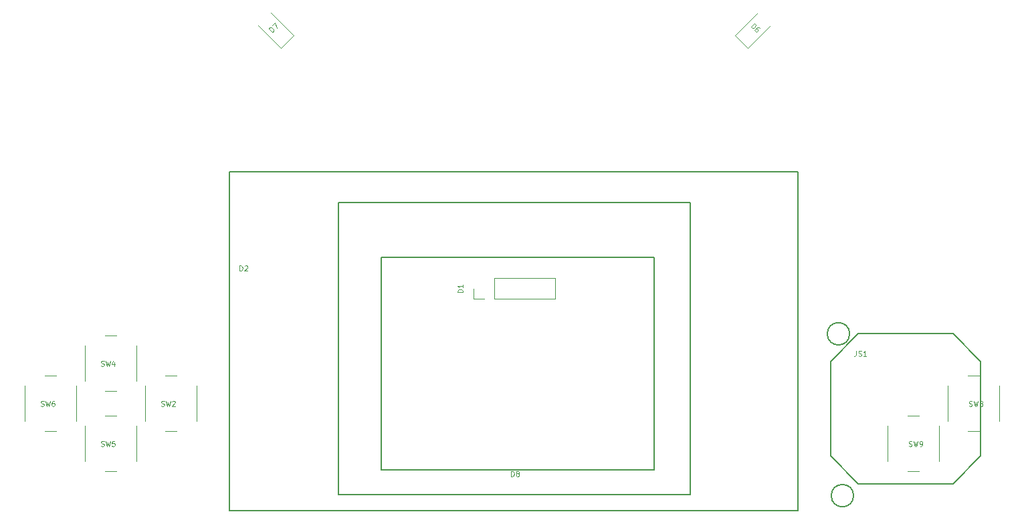
<source format=gbr>
G04 #@! TF.GenerationSoftware,KiCad,Pcbnew,5.0.2-bee76a0~70~ubuntu18.04.1*
G04 #@! TF.CreationDate,2019-06-22T03:36:54+02:00*
G04 #@! TF.ProjectId,invaders,696e7661-6465-4727-932e-6b696361645f,rev?*
G04 #@! TF.SameCoordinates,Original*
G04 #@! TF.FileFunction,Legend,Top*
G04 #@! TF.FilePolarity,Positive*
%FSLAX46Y46*%
G04 Gerber Fmt 4.6, Leading zero omitted, Abs format (unit mm)*
G04 Created by KiCad (PCBNEW 5.0.2-bee76a0~70~ubuntu18.04.1) date lø. 22. juni 2019 kl. 03.36 +0200*
%MOMM*%
%LPD*%
G01*
G04 APERTURE LIST*
%ADD10C,0.150000*%
%ADD11C,0.120000*%
%ADD12C,0.101600*%
G04 APERTURE END LIST*
D10*
G04 #@! TO.C,D2*
X46482000Y-102018000D02*
X46482000Y-145018000D01*
X46482000Y-145018000D02*
X118482000Y-145018000D01*
X118482000Y-145018000D02*
X118482000Y-102018000D01*
X118482000Y-102018000D02*
X46482000Y-102018000D01*
G04 #@! TO.C,D8*
X104800000Y-105960000D02*
X60300000Y-105960000D01*
X104800000Y-142960000D02*
X104800000Y-105960000D01*
X60300000Y-142960000D02*
X104800000Y-142960000D01*
X60300000Y-105960000D02*
X60300000Y-142960000D01*
D11*
G04 #@! TO.C,D6*
X112093084Y-86362049D02*
X114963937Y-83491195D01*
X110487951Y-84756916D02*
X112093084Y-86362049D01*
X113358805Y-81886063D02*
X110487951Y-84756916D01*
G04 #@! TO.C,D7*
X54612049Y-84756916D02*
X51741195Y-81886063D01*
X53006916Y-86362049D02*
X54612049Y-84756916D01*
X50136063Y-83491195D02*
X53006916Y-86362049D01*
D10*
G04 #@! TO.C,JS1*
X124994214Y-122580000D02*
G75*
G03X124994214Y-122580000I-1414214J0D01*
G01*
X125494214Y-143080000D02*
G75*
G03X125494214Y-143080000I-1414214J0D01*
G01*
X122580000Y-126080000D02*
X126080000Y-122580000D01*
X122580000Y-138080000D02*
X126080000Y-141580000D01*
X141580000Y-138080000D02*
X138080000Y-141580000D01*
X138080000Y-122580000D02*
X141580000Y-126080000D01*
X138080000Y-122580000D02*
X126080000Y-122580000D01*
X122580000Y-126080000D02*
X122580000Y-138080000D01*
X138080000Y-141580000D02*
X126080000Y-141580000D01*
X141580000Y-126080000D02*
X141580000Y-138080000D01*
D11*
G04 #@! TO.C,SW4*
X32210000Y-122790000D02*
X30710000Y-122790000D01*
X28210000Y-124040000D02*
X28210000Y-128540000D01*
X30710000Y-129790000D02*
X32210000Y-129790000D01*
X34710000Y-128540000D02*
X34710000Y-124040000D01*
G04 #@! TO.C,SW5*
X32210000Y-132950000D02*
X30710000Y-132950000D01*
X28210000Y-134200000D02*
X28210000Y-138700000D01*
X30710000Y-139950000D02*
X32210000Y-139950000D01*
X34710000Y-138700000D02*
X34710000Y-134200000D01*
G04 #@! TO.C,D1*
X87676020Y-118170000D02*
X87676020Y-115510000D01*
X79996020Y-118170000D02*
X87676020Y-118170000D01*
X79996020Y-115510000D02*
X87676020Y-115510000D01*
X79996020Y-118170000D02*
X79996020Y-115510000D01*
X78726020Y-118170000D02*
X77396020Y-118170000D01*
X77396020Y-118170000D02*
X77396020Y-116840000D01*
D10*
X66740000Y-112854100D02*
X100240000Y-112854100D01*
X100240000Y-112854100D02*
X100240000Y-139854100D01*
X100240000Y-139854100D02*
X66240000Y-139854100D01*
X66240000Y-139854100D02*
X65740000Y-139854100D01*
X65740000Y-139854100D02*
X65740000Y-112854100D01*
X65740000Y-112854100D02*
X66740000Y-112854100D01*
D11*
G04 #@! TO.C,SW8*
X141430000Y-127870000D02*
X139930000Y-127870000D01*
X137430000Y-129120000D02*
X137430000Y-133620000D01*
X139930000Y-134870000D02*
X141430000Y-134870000D01*
X143930000Y-133620000D02*
X143930000Y-129120000D01*
G04 #@! TO.C,SW2*
X39830000Y-127870000D02*
X38330000Y-127870000D01*
X35830000Y-129120000D02*
X35830000Y-133620000D01*
X38330000Y-134870000D02*
X39830000Y-134870000D01*
X42330000Y-133620000D02*
X42330000Y-129120000D01*
G04 #@! TO.C,SW6*
X24590000Y-127870000D02*
X23090000Y-127870000D01*
X20590000Y-129120000D02*
X20590000Y-133620000D01*
X23090000Y-134870000D02*
X24590000Y-134870000D01*
X27090000Y-133620000D02*
X27090000Y-129120000D01*
G04 #@! TO.C,SW9*
X133810000Y-132950000D02*
X132310000Y-132950000D01*
X129810000Y-134200000D02*
X129810000Y-138700000D01*
X132310000Y-139950000D02*
X133810000Y-139950000D01*
X136310000Y-138700000D02*
X136310000Y-134200000D01*
G04 #@! TO.C,D2*
D12*
X47781935Y-114593007D02*
X47781935Y-113945307D01*
X47936150Y-113945307D01*
X48028678Y-113976150D01*
X48090364Y-114037835D01*
X48121207Y-114099521D01*
X48152050Y-114222892D01*
X48152050Y-114315421D01*
X48121207Y-114438792D01*
X48090364Y-114500478D01*
X48028678Y-114562164D01*
X47936150Y-114593007D01*
X47781935Y-114593007D01*
X48398792Y-114006992D02*
X48429635Y-113976150D01*
X48491321Y-113945307D01*
X48645535Y-113945307D01*
X48707221Y-113976150D01*
X48738064Y-114006992D01*
X48768907Y-114068678D01*
X48768907Y-114130364D01*
X48738064Y-114222892D01*
X48367950Y-114593007D01*
X48768907Y-114593007D01*
G04 #@! TO.C,D8*
X82163935Y-140633007D02*
X82163935Y-139985307D01*
X82318150Y-139985307D01*
X82410678Y-140016150D01*
X82472364Y-140077835D01*
X82503207Y-140139521D01*
X82534050Y-140262892D01*
X82534050Y-140355421D01*
X82503207Y-140478792D01*
X82472364Y-140540478D01*
X82410678Y-140602164D01*
X82318150Y-140633007D01*
X82163935Y-140633007D01*
X82904164Y-140262892D02*
X82842478Y-140232050D01*
X82811635Y-140201207D01*
X82780792Y-140139521D01*
X82780792Y-140108678D01*
X82811635Y-140046992D01*
X82842478Y-140016150D01*
X82904164Y-139985307D01*
X83027535Y-139985307D01*
X83089221Y-140016150D01*
X83120064Y-140046992D01*
X83150907Y-140108678D01*
X83150907Y-140139521D01*
X83120064Y-140201207D01*
X83089221Y-140232050D01*
X83027535Y-140262892D01*
X82904164Y-140262892D01*
X82842478Y-140293735D01*
X82811635Y-140324578D01*
X82780792Y-140386264D01*
X82780792Y-140509635D01*
X82811635Y-140571321D01*
X82842478Y-140602164D01*
X82904164Y-140633007D01*
X83027535Y-140633007D01*
X83089221Y-140602164D01*
X83120064Y-140571321D01*
X83150907Y-140509635D01*
X83150907Y-140386264D01*
X83120064Y-140324578D01*
X83089221Y-140293735D01*
X83027535Y-140262892D01*
G04 #@! TO.C,D6*
X112484770Y-83689144D02*
X112942763Y-83231151D01*
X113051809Y-83340197D01*
X113095427Y-83427434D01*
X113095427Y-83514671D01*
X113073618Y-83580098D01*
X113008190Y-83689144D01*
X112942763Y-83754572D01*
X112833717Y-83820000D01*
X112768289Y-83841809D01*
X112681052Y-83841809D01*
X112593816Y-83798190D01*
X112484770Y-83689144D01*
X113597039Y-83885427D02*
X113509802Y-83798190D01*
X113444374Y-83776381D01*
X113400756Y-83776381D01*
X113291710Y-83798190D01*
X113182664Y-83863618D01*
X113008190Y-84038091D01*
X112986381Y-84103519D01*
X112986381Y-84147137D01*
X113008190Y-84212565D01*
X113095427Y-84299802D01*
X113160855Y-84321611D01*
X113204473Y-84321611D01*
X113269901Y-84299802D01*
X113378947Y-84190756D01*
X113400756Y-84125328D01*
X113400756Y-84081710D01*
X113378947Y-84016282D01*
X113291710Y-83929045D01*
X113226282Y-83907236D01*
X113182664Y-83907236D01*
X113117236Y-83929045D01*
G04 #@! TO.C,D7*
X51939144Y-84365229D02*
X51481151Y-83907236D01*
X51590197Y-83798190D01*
X51677434Y-83754572D01*
X51764671Y-83754572D01*
X51830098Y-83776381D01*
X51939144Y-83841809D01*
X52004572Y-83907236D01*
X52069999Y-84016282D01*
X52091809Y-84081710D01*
X52091809Y-84168947D01*
X52048190Y-84256183D01*
X51939144Y-84365229D01*
X51895526Y-83492862D02*
X52200855Y-83187533D01*
X52462565Y-83841809D01*
G04 #@! TO.C,JS1*
X125840671Y-124740307D02*
X125840671Y-125202950D01*
X125809828Y-125295478D01*
X125748142Y-125357164D01*
X125655614Y-125388007D01*
X125593928Y-125388007D01*
X126118257Y-125357164D02*
X126210785Y-125388007D01*
X126365000Y-125388007D01*
X126426685Y-125357164D01*
X126457528Y-125326321D01*
X126488371Y-125264635D01*
X126488371Y-125202950D01*
X126457528Y-125141264D01*
X126426685Y-125110421D01*
X126365000Y-125079578D01*
X126241628Y-125048735D01*
X126179942Y-125017892D01*
X126149100Y-124987050D01*
X126118257Y-124925364D01*
X126118257Y-124863678D01*
X126149100Y-124801992D01*
X126179942Y-124771150D01*
X126241628Y-124740307D01*
X126395842Y-124740307D01*
X126488371Y-124771150D01*
X127105228Y-125388007D02*
X126735114Y-125388007D01*
X126920171Y-125388007D02*
X126920171Y-124740307D01*
X126858485Y-124832835D01*
X126796800Y-124894521D01*
X126735114Y-124925364D01*
G04 #@! TO.C,SW4*
X30251400Y-126627164D02*
X30343928Y-126658007D01*
X30498142Y-126658007D01*
X30559828Y-126627164D01*
X30590671Y-126596321D01*
X30621514Y-126534635D01*
X30621514Y-126472950D01*
X30590671Y-126411264D01*
X30559828Y-126380421D01*
X30498142Y-126349578D01*
X30374771Y-126318735D01*
X30313085Y-126287892D01*
X30282242Y-126257050D01*
X30251400Y-126195364D01*
X30251400Y-126133678D01*
X30282242Y-126071992D01*
X30313085Y-126041150D01*
X30374771Y-126010307D01*
X30528985Y-126010307D01*
X30621514Y-126041150D01*
X30837414Y-126010307D02*
X30991628Y-126658007D01*
X31115000Y-126195364D01*
X31238371Y-126658007D01*
X31392585Y-126010307D01*
X31916914Y-126226207D02*
X31916914Y-126658007D01*
X31762700Y-125979464D02*
X31608485Y-126442107D01*
X32009442Y-126442107D01*
G04 #@! TO.C,SW5*
X30251400Y-136787164D02*
X30343928Y-136818007D01*
X30498142Y-136818007D01*
X30559828Y-136787164D01*
X30590671Y-136756321D01*
X30621514Y-136694635D01*
X30621514Y-136632950D01*
X30590671Y-136571264D01*
X30559828Y-136540421D01*
X30498142Y-136509578D01*
X30374771Y-136478735D01*
X30313085Y-136447892D01*
X30282242Y-136417050D01*
X30251400Y-136355364D01*
X30251400Y-136293678D01*
X30282242Y-136231992D01*
X30313085Y-136201150D01*
X30374771Y-136170307D01*
X30528985Y-136170307D01*
X30621514Y-136201150D01*
X30837414Y-136170307D02*
X30991628Y-136818007D01*
X31115000Y-136355364D01*
X31238371Y-136818007D01*
X31392585Y-136170307D01*
X31947757Y-136170307D02*
X31639328Y-136170307D01*
X31608485Y-136478735D01*
X31639328Y-136447892D01*
X31701014Y-136417050D01*
X31855228Y-136417050D01*
X31916914Y-136447892D01*
X31947757Y-136478735D01*
X31978600Y-136540421D01*
X31978600Y-136694635D01*
X31947757Y-136756321D01*
X31916914Y-136787164D01*
X31855228Y-136818007D01*
X31701014Y-136818007D01*
X31639328Y-136787164D01*
X31608485Y-136756321D01*
G04 #@! TO.C,D1*
X76033007Y-117332164D02*
X75385307Y-117332164D01*
X75385307Y-117177950D01*
X75416150Y-117085421D01*
X75477835Y-117023735D01*
X75539521Y-116992892D01*
X75662892Y-116962050D01*
X75755421Y-116962050D01*
X75878792Y-116992892D01*
X75940478Y-117023735D01*
X76002164Y-117085421D01*
X76033007Y-117177950D01*
X76033007Y-117332164D01*
X76033007Y-116345192D02*
X76033007Y-116715307D01*
X76033007Y-116530250D02*
X75385307Y-116530250D01*
X75477835Y-116591935D01*
X75539521Y-116653621D01*
X75570364Y-116715307D01*
G04 #@! TO.C,SW8*
X140106400Y-131707164D02*
X140198928Y-131738007D01*
X140353142Y-131738007D01*
X140414828Y-131707164D01*
X140445671Y-131676321D01*
X140476514Y-131614635D01*
X140476514Y-131552950D01*
X140445671Y-131491264D01*
X140414828Y-131460421D01*
X140353142Y-131429578D01*
X140229771Y-131398735D01*
X140168085Y-131367892D01*
X140137242Y-131337050D01*
X140106400Y-131275364D01*
X140106400Y-131213678D01*
X140137242Y-131151992D01*
X140168085Y-131121150D01*
X140229771Y-131090307D01*
X140383985Y-131090307D01*
X140476514Y-131121150D01*
X140692414Y-131090307D02*
X140846628Y-131738007D01*
X140970000Y-131275364D01*
X141093371Y-131738007D01*
X141247585Y-131090307D01*
X141586857Y-131367892D02*
X141525171Y-131337050D01*
X141494328Y-131306207D01*
X141463485Y-131244521D01*
X141463485Y-131213678D01*
X141494328Y-131151992D01*
X141525171Y-131121150D01*
X141586857Y-131090307D01*
X141710228Y-131090307D01*
X141771914Y-131121150D01*
X141802757Y-131151992D01*
X141833600Y-131213678D01*
X141833600Y-131244521D01*
X141802757Y-131306207D01*
X141771914Y-131337050D01*
X141710228Y-131367892D01*
X141586857Y-131367892D01*
X141525171Y-131398735D01*
X141494328Y-131429578D01*
X141463485Y-131491264D01*
X141463485Y-131614635D01*
X141494328Y-131676321D01*
X141525171Y-131707164D01*
X141586857Y-131738007D01*
X141710228Y-131738007D01*
X141771914Y-131707164D01*
X141802757Y-131676321D01*
X141833600Y-131614635D01*
X141833600Y-131491264D01*
X141802757Y-131429578D01*
X141771914Y-131398735D01*
X141710228Y-131367892D01*
G04 #@! TO.C,SW2*
X37871400Y-131707164D02*
X37963928Y-131738007D01*
X38118142Y-131738007D01*
X38179828Y-131707164D01*
X38210671Y-131676321D01*
X38241514Y-131614635D01*
X38241514Y-131552950D01*
X38210671Y-131491264D01*
X38179828Y-131460421D01*
X38118142Y-131429578D01*
X37994771Y-131398735D01*
X37933085Y-131367892D01*
X37902242Y-131337050D01*
X37871400Y-131275364D01*
X37871400Y-131213678D01*
X37902242Y-131151992D01*
X37933085Y-131121150D01*
X37994771Y-131090307D01*
X38148985Y-131090307D01*
X38241514Y-131121150D01*
X38457414Y-131090307D02*
X38611628Y-131738007D01*
X38735000Y-131275364D01*
X38858371Y-131738007D01*
X39012585Y-131090307D01*
X39228485Y-131151992D02*
X39259328Y-131121150D01*
X39321014Y-131090307D01*
X39475228Y-131090307D01*
X39536914Y-131121150D01*
X39567757Y-131151992D01*
X39598600Y-131213678D01*
X39598600Y-131275364D01*
X39567757Y-131367892D01*
X39197642Y-131738007D01*
X39598600Y-131738007D01*
G04 #@! TO.C,SW6*
X22631400Y-131707164D02*
X22723928Y-131738007D01*
X22878142Y-131738007D01*
X22939828Y-131707164D01*
X22970671Y-131676321D01*
X23001514Y-131614635D01*
X23001514Y-131552950D01*
X22970671Y-131491264D01*
X22939828Y-131460421D01*
X22878142Y-131429578D01*
X22754771Y-131398735D01*
X22693085Y-131367892D01*
X22662242Y-131337050D01*
X22631400Y-131275364D01*
X22631400Y-131213678D01*
X22662242Y-131151992D01*
X22693085Y-131121150D01*
X22754771Y-131090307D01*
X22908985Y-131090307D01*
X23001514Y-131121150D01*
X23217414Y-131090307D02*
X23371628Y-131738007D01*
X23495000Y-131275364D01*
X23618371Y-131738007D01*
X23772585Y-131090307D01*
X24296914Y-131090307D02*
X24173542Y-131090307D01*
X24111857Y-131121150D01*
X24081014Y-131151992D01*
X24019328Y-131244521D01*
X23988485Y-131367892D01*
X23988485Y-131614635D01*
X24019328Y-131676321D01*
X24050171Y-131707164D01*
X24111857Y-131738007D01*
X24235228Y-131738007D01*
X24296914Y-131707164D01*
X24327757Y-131676321D01*
X24358600Y-131614635D01*
X24358600Y-131460421D01*
X24327757Y-131398735D01*
X24296914Y-131367892D01*
X24235228Y-131337050D01*
X24111857Y-131337050D01*
X24050171Y-131367892D01*
X24019328Y-131398735D01*
X23988485Y-131460421D01*
G04 #@! TO.C,SW9*
X132486400Y-136787164D02*
X132578928Y-136818007D01*
X132733142Y-136818007D01*
X132794828Y-136787164D01*
X132825671Y-136756321D01*
X132856514Y-136694635D01*
X132856514Y-136632950D01*
X132825671Y-136571264D01*
X132794828Y-136540421D01*
X132733142Y-136509578D01*
X132609771Y-136478735D01*
X132548085Y-136447892D01*
X132517242Y-136417050D01*
X132486400Y-136355364D01*
X132486400Y-136293678D01*
X132517242Y-136231992D01*
X132548085Y-136201150D01*
X132609771Y-136170307D01*
X132763985Y-136170307D01*
X132856514Y-136201150D01*
X133072414Y-136170307D02*
X133226628Y-136818007D01*
X133350000Y-136355364D01*
X133473371Y-136818007D01*
X133627585Y-136170307D01*
X133905171Y-136818007D02*
X134028542Y-136818007D01*
X134090228Y-136787164D01*
X134121071Y-136756321D01*
X134182757Y-136663792D01*
X134213600Y-136540421D01*
X134213600Y-136293678D01*
X134182757Y-136231992D01*
X134151914Y-136201150D01*
X134090228Y-136170307D01*
X133966857Y-136170307D01*
X133905171Y-136201150D01*
X133874328Y-136231992D01*
X133843485Y-136293678D01*
X133843485Y-136447892D01*
X133874328Y-136509578D01*
X133905171Y-136540421D01*
X133966857Y-136571264D01*
X134090228Y-136571264D01*
X134151914Y-136540421D01*
X134182757Y-136509578D01*
X134213600Y-136447892D01*
G04 #@! TD*
M02*

</source>
